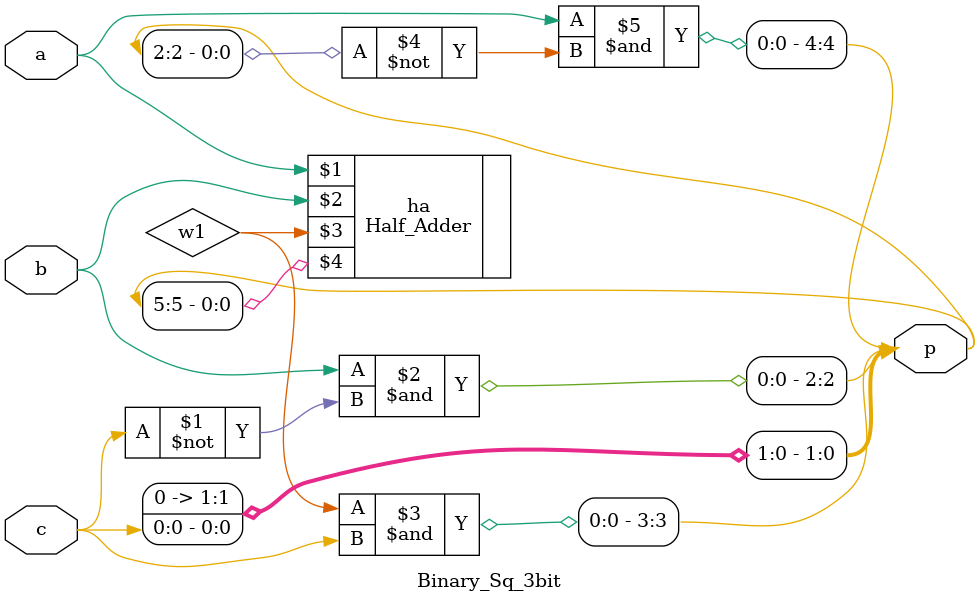
<source format=v>
`timescale 1ns / 1ps

module Binary_Sq_3bit(
    input a,b,c,
    output [5:0] p
    );
    
    wire w1;
    
    assign p[0]=c;
    assign p[1]=0;
    assign p[2]=b&~c;
    Half_Adder ha(a,b,w1,p[5]);
    assign p[3]=w1&c;
    assign p[4]=a&(~p[2]);
    
endmodule

</source>
